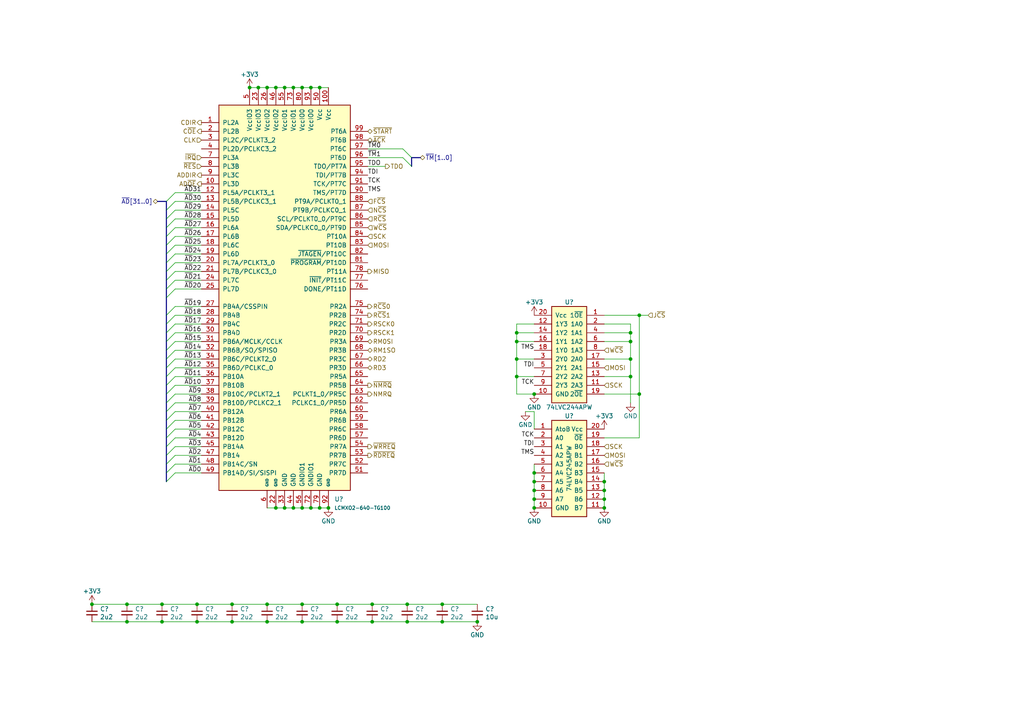
<source format=kicad_sch>
(kicad_sch (version 20211123) (generator eeschema)
  (paper "A4")
  (title_block (title "NuBus-ESP32") (date "2022-05-04") (rev "0.2") (company "Garrett's Workshop"))
  (lib_symbols
    (symbol "Device:C_Small" (pin_numbers hide) (pin_names (offset 0.254) hide)
      (property "Reference" "C" (at 0.254 1.778 0))
      (property "Value" "C_Small" (at 0.254 -2.032 0))
      (symbol "C_Small_0_1"
        (polyline (pts (xy -1.524 -0.508) (xy 1.524 -0.508)) (stroke (width 0.3302)))
        (polyline (pts (xy -1.524 0.508) (xy 1.524 0.508)) (stroke (width 0.3048)))
      )
      (symbol "C_Small_1_1"
        (pin passive line (at 0 2.54 270) (length 2.032) (name "~") (number "1"))
        (pin passive line (at 0 -2.54 90) (length 2.032) (name "~") (number "2"))
      )
    )
    (symbol "GW_Logic:74244" (pin_names (offset 1.016))
      (property "Reference" "U" (at 0 15.24 0))
      (property "Value" "74244" (at 0 -15.24 0))
      (symbol "74244_0_1"
        (rectangle (start -5.08 13.97) (end 5.08 -13.97) (stroke (width 0.254)) (fill (type background)))
      )
      (symbol "74244_1_1"
        (pin input line (at 10.16 11.43 180) (length 5.08) (name "1~{OE}") (number "1"))
        (pin power_in line (at -10.16 -11.43 0) (length 5.08) (name "GND") (number "10"))
        (pin input line (at 10.16 -8.89 180) (length 5.08) (name "2A3") (number "11"))
        (pin tri_state line (at -10.16 8.89 0) (length 5.08) (name "1Y3") (number "12"))
        (pin input line (at 10.16 -6.35 180) (length 5.08) (name "2A2") (number "13"))
        (pin tri_state line (at -10.16 6.35 0) (length 5.08) (name "1Y2") (number "14"))
        (pin input line (at 10.16 -3.81 180) (length 5.08) (name "2A1") (number "15"))
        (pin tri_state line (at -10.16 3.81 0) (length 5.08) (name "1Y1") (number "16"))
        (pin input line (at 10.16 -1.27 180) (length 5.08) (name "2A0") (number "17"))
        (pin tri_state line (at -10.16 1.27 0) (length 5.08) (name "1Y0") (number "18"))
        (pin input line (at 10.16 -11.43 180) (length 5.08) (name "2~{OE}") (number "19"))
        (pin input line (at 10.16 8.89 180) (length 5.08) (name "1A0") (number "2"))
        (pin power_in line (at -10.16 11.43 0) (length 5.08) (name "Vcc") (number "20"))
        (pin tri_state line (at -10.16 -1.27 0) (length 5.08) (name "2Y0") (number "3"))
        (pin input line (at 10.16 6.35 180) (length 5.08) (name "1A1") (number "4"))
        (pin tri_state line (at -10.16 -3.81 0) (length 5.08) (name "2Y1") (number "5"))
        (pin input line (at 10.16 3.81 180) (length 5.08) (name "1A2") (number "6"))
        (pin tri_state line (at -10.16 -6.35 0) (length 5.08) (name "2Y2") (number "7"))
        (pin input line (at 10.16 1.27 180) (length 5.08) (name "1A3") (number "8"))
        (pin tri_state line (at -10.16 -8.89 0) (length 5.08) (name "2Y3") (number "9"))
      )
    )
    (symbol "GW_Logic:74245" (pin_names (offset 1.016))
      (property "Reference" "U" (at 0 15.24 0))
      (property "Value" "74245" (at 0 0 90))
      (symbol "74245_0_1"
        (rectangle (start -5.08 13.97) (end 5.08 -13.97) (stroke (width 0.254)) (fill (type background)))
      )
      (symbol "74245_1_1"
        (pin input line (at -10.16 11.43 0) (length 5.08) (name "AtoB") (number "1"))
        (pin power_in line (at -10.16 -11.43 0) (length 5.08) (name "GND") (number "10"))
        (pin bidirectional line (at 10.16 -11.43 180) (length 5.08) (name "B7") (number "11"))
        (pin bidirectional line (at 10.16 -8.89 180) (length 5.08) (name "B6") (number "12"))
        (pin bidirectional line (at 10.16 -6.35 180) (length 5.08) (name "B5") (number "13"))
        (pin bidirectional line (at 10.16 -3.81 180) (length 5.08) (name "B4") (number "14"))
        (pin bidirectional line (at 10.16 -1.27 180) (length 5.08) (name "B3") (number "15"))
        (pin bidirectional line (at 10.16 1.27 180) (length 5.08) (name "B2") (number "16"))
        (pin bidirectional line (at 10.16 3.81 180) (length 5.08) (name "B1") (number "17"))
        (pin bidirectional line (at 10.16 6.35 180) (length 5.08) (name "B0") (number "18"))
        (pin input line (at 10.16 8.89 180) (length 5.08) (name "~{OE}") (number "19"))
        (pin bidirectional line (at -10.16 8.89 0) (length 5.08) (name "A0") (number "2"))
        (pin power_in line (at 10.16 11.43 180) (length 5.08) (name "Vcc") (number "20"))
        (pin bidirectional line (at -10.16 6.35 0) (length 5.08) (name "A1") (number "3"))
        (pin bidirectional line (at -10.16 3.81 0) (length 5.08) (name "A2") (number "4"))
        (pin bidirectional line (at -10.16 1.27 0) (length 5.08) (name "A3") (number "5"))
        (pin bidirectional line (at -10.16 -1.27 0) (length 5.08) (name "A4") (number "6"))
        (pin bidirectional line (at -10.16 -3.81 0) (length 5.08) (name "A5") (number "7"))
        (pin bidirectional line (at -10.16 -6.35 0) (length 5.08) (name "A6") (number "8"))
        (pin bidirectional line (at -10.16 -8.89 0) (length 5.08) (name "A7") (number "9"))
      )
    )
    (symbol "GW_PLD:LCMXO2-640-TG100" (pin_names (offset 1.016))
      (property "Reference" "U" (at 0 1.27 0))
      (property "Value" "LCMXO2-640-TG100" (at 0 0 0))
      (symbol "LCMXO2-640-TG100_1_1"
        (rectangle (start -19.05 55.88) (end 19.05 -55.88) (stroke (width 0.254)) (fill (type background)))
        (pin bidirectional line (at -24.13 50.8 0) (length 5.08) (name "PL2A") (number "1"))
        (pin bidirectional line (at -24.13 33.02 0) (length 5.08) (name "PL3D") (number "10"))
        (pin power_in line (at 12.7 60.96 270) (length 5.08) (name "Vcc") (number "100"))
        (pin bidirectional line (at -24.13 30.48 0) (length 5.08) (name "PL5A/PCLKT3_1") (number "12"))
        (pin bidirectional line (at -24.13 27.94 0) (length 5.08) (name "PL5B/PCLKC3_1") (number "13"))
        (pin bidirectional line (at -24.13 25.4 0) (length 5.08) (name "PL5C") (number "14"))
        (pin bidirectional line (at -24.13 22.86 0) (length 5.08) (name "PL5D") (number "15"))
        (pin bidirectional line (at -24.13 20.32 0) (length 5.08) (name "PL6A") (number "16"))
        (pin bidirectional line (at -24.13 17.78 0) (length 5.08) (name "PL6B") (number "17"))
        (pin bidirectional line (at -24.13 15.24 0) (length 5.08) (name "PL6C") (number "18"))
        (pin bidirectional line (at -24.13 12.7 0) (length 5.08) (name "PL6D") (number "19"))
        (pin bidirectional line (at -24.13 48.26 0) (length 5.08) (name "PL2B") (number "2"))
        (pin bidirectional line (at -24.13 10.16 0) (length 5.08) (name "PL7A/PCLKT3_0") (number "20"))
        (pin bidirectional line (at -24.13 7.62 0) (length 5.08) (name "PL7B/PCLKC3_0") (number "21"))
        (pin power_in line (at -2.54 -60.96 90) (length 5.08) (name "GND") (number "22"))
        (pin power_in line (at -7.62 60.96 270) (length 5.08) (name "VccIO3") (number "23"))
        (pin bidirectional line (at -24.13 5.08 0) (length 5.08) (name "PL7C") (number "24"))
        (pin bidirectional line (at -24.13 2.54 0) (length 5.08) (name "PL7D") (number "25"))
        (pin power_in line (at -5.08 60.96 270) (length 5.08) (name "VccIO2") (number "26"))
        (pin bidirectional line (at -24.13 -2.54 0) (length 5.08) (name "PB4A/CSSPIN") (number "27"))
        (pin bidirectional line (at -24.13 -5.08 0) (length 5.08) (name "PB4B") (number "28"))
        (pin bidirectional line (at -24.13 -7.62 0) (length 5.08) (name "PB4C") (number "29"))
        (pin bidirectional line (at -24.13 45.72 0) (length 5.08) (name "PL2C/PCLKT3_2") (number "3"))
        (pin bidirectional line (at -24.13 -10.16 0) (length 5.08) (name "PB4D") (number "30"))
        (pin bidirectional line (at -24.13 -12.7 0) (length 5.08) (name "PB6A/MCLK/CCLK") (number "31"))
        (pin bidirectional line (at -24.13 -15.24 0) (length 5.08) (name "PB6B/SO/SPISO") (number "32"))
        (pin power_in line (at 0 -60.96 90) (length 5.08) (name "GND") (number "33"))
        (pin bidirectional line (at -24.13 -17.78 0) (length 5.08) (name "PB6C/PCLKT2_0") (number "34"))
        (pin bidirectional line (at -24.13 -20.32 0) (length 5.08) (name "PB6D/PCLKC_0") (number "35"))
        (pin bidirectional line (at -24.13 -22.86 0) (length 5.08) (name "PB10A") (number "36"))
        (pin bidirectional line (at -24.13 -25.4 0) (length 5.08) (name "PB10B") (number "37"))
        (pin bidirectional line (at -24.13 -27.94 0) (length 5.08) (name "PB10C/PCLKT2_1") (number "38"))
        (pin bidirectional line (at -24.13 -30.48 0) (length 5.08) (name "PB10D/PCLKC2_1") (number "39"))
        (pin bidirectional line (at -24.13 43.18 0) (length 5.08) (name "PL2D/PCLKC3_2") (number "4"))
        (pin bidirectional line (at -24.13 -33.02 0) (length 5.08) (name "PB12A") (number "40"))
        (pin bidirectional line (at -24.13 -35.56 0) (length 5.08) (name "PB12B") (number "41"))
        (pin bidirectional line (at -24.13 -38.1 0) (length 5.08) (name "PB12C") (number "42"))
        (pin bidirectional line (at -24.13 -40.64 0) (length 5.08) (name "PB12D") (number "43"))
        (pin power_in line (at 2.54 -60.96 90) (length 5.08) (name "GND") (number "44"))
        (pin bidirectional line (at -24.13 -43.18 0) (length 5.08) (name "PB14A") (number "45"))
        (pin power_in line (at -2.54 60.96 270) (length 5.08) (name "VccIO2") (number "46"))
        (pin bidirectional line (at -24.13 -45.72 0) (length 5.08) (name "PB14") (number "47"))
        (pin bidirectional line (at -24.13 -48.26 0) (length 5.08) (name "PB14C/SN") (number "48"))
        (pin bidirectional line (at -24.13 -50.8 0) (length 5.08) (name "PB14D/SI/SISPI") (number "49"))
        (pin power_in line (at -10.16 60.96 270) (length 5.08) (name "VccIO3") (number "5"))
        (pin power_in line (at 10.16 60.96 270) (length 5.08) (name "Vcc") (number "50"))
        (pin bidirectional line (at 24.13 -50.8 180) (length 5.08) (name "PR7D") (number "51"))
        (pin bidirectional line (at 24.13 -48.26 180) (length 5.08) (name "PR7C") (number "52"))
        (pin bidirectional line (at 24.13 -45.72 180) (length 5.08) (name "PR7B") (number "53"))
        (pin bidirectional line (at 24.13 -43.18 180) (length 5.08) (name "PR7A") (number "54"))
        (pin power_in line (at 0 60.96 270) (length 5.08) (name "VccIO1") (number "55"))
        (pin power_in line (at 5.08 -60.96 90) (length 5.08) (name "GNDIO1") (number "56"))
        (pin bidirectional line (at 24.13 -40.64 180) (length 5.08) (name "PR6D") (number "57"))
        (pin bidirectional line (at 24.13 -38.1 180) (length 5.08) (name "PR6C") (number "58"))
        (pin bidirectional line (at 24.13 -35.56 180) (length 5.08) (name "PR6B") (number "59"))
        (pin power_in line (at -5.08 -60.96 90) (length 5.08) (name "GND") (number "6"))
        (pin bidirectional line (at 24.13 -33.02 180) (length 5.08) (name "PR6A") (number "60"))
        (pin bidirectional line (at 24.13 -30.48 180) (length 5.08) (name "PCLKC1_0/PR5D") (number "62"))
        (pin bidirectional line (at 24.13 -27.94 180) (length 5.08) (name "PCLKT1_0/PR5C") (number "63"))
        (pin bidirectional line (at 24.13 -25.4 180) (length 5.08) (name "PR5B") (number "64"))
        (pin bidirectional line (at 24.13 -22.86 180) (length 5.08) (name "PR5A") (number "65"))
        (pin bidirectional line (at 24.13 -20.32 180) (length 5.08) (name "PR3D") (number "66"))
        (pin bidirectional line (at 24.13 -17.78 180) (length 5.08) (name "PR3C") (number "67"))
        (pin bidirectional line (at 24.13 -15.24 180) (length 5.08) (name "PR3B") (number "68"))
        (pin bidirectional line (at 24.13 -12.7 180) (length 5.08) (name "PR3A") (number "69"))
        (pin bidirectional line (at -24.13 40.64 0) (length 5.08) (name "PL3A") (number "7"))
        (pin bidirectional line (at 24.13 -10.16 180) (length 5.08) (name "PR2D") (number "70"))
        (pin bidirectional line (at 24.13 -7.62 180) (length 5.08) (name "PR2C") (number "71"))
        (pin power_in line (at 7.62 -60.96 90) (length 5.08) (name "GNDIO1") (number "72"))
        (pin power_in line (at 2.54 60.96 270) (length 5.08) (name "VccIO1") (number "73"))
        (pin bidirectional line (at 24.13 -5.08 180) (length 5.08) (name "PR2B") (number "74"))
        (pin bidirectional line (at 24.13 -2.54 180) (length 5.08) (name "PR2A") (number "75"))
        (pin bidirectional line (at 24.13 2.54 180) (length 5.08) (name "DONE/PT11D") (number "76"))
        (pin bidirectional line (at 24.13 5.08 180) (length 5.08) (name "~{INIT}/PT11C") (number "77"))
        (pin bidirectional line (at 24.13 7.62 180) (length 5.08) (name "PT11A") (number "78"))
        (pin power_in line (at 10.16 -60.96 90) (length 5.08) (name "GND") (number "79"))
        (pin bidirectional line (at -24.13 38.1 0) (length 5.08) (name "PL3B") (number "8"))
        (pin power_in line (at 5.08 60.96 270) (length 5.08) (name "VccIO0") (number "80"))
        (pin bidirectional line (at 24.13 10.16 180) (length 5.08) (name "~{PROGRAM}/PT10D") (number "81"))
        (pin bidirectional line (at 24.13 12.7 180) (length 5.08) (name "~{JTAGEN}/PT10C") (number "82"))
        (pin bidirectional line (at 24.13 15.24 180) (length 5.08) (name "PT10B") (number "83"))
        (pin bidirectional line (at 24.13 17.78 180) (length 5.08) (name "PT10A") (number "84"))
        (pin bidirectional line (at 24.13 20.32 180) (length 5.08) (name "SDA/PCLKC0_0/PT9D") (number "85"))
        (pin bidirectional line (at 24.13 22.86 180) (length 5.08) (name "SCL/PCLKT0_0/PT9C") (number "86"))
        (pin bidirectional line (at 24.13 25.4 180) (length 5.08) (name "PT9B/PCLKC0_1") (number "87"))
        (pin bidirectional line (at 24.13 27.94 180) (length 5.08) (name "PT9A/PCLKT0_1") (number "88"))
        (pin bidirectional line (at -24.13 35.56 0) (length 5.08) (name "PL3C") (number "9"))
        (pin bidirectional line (at 24.13 30.48 180) (length 5.08) (name "TMS/PT7D") (number "90"))
        (pin bidirectional line (at 24.13 33.02 180) (length 5.08) (name "TCK/PT7C") (number "91"))
        (pin power_in line (at 12.7 -60.96 90) (length 5.08) (name "GND") (number "92"))
        (pin power_in line (at 7.62 60.96 270) (length 5.08) (name "VccIO0") (number "93"))
        (pin bidirectional line (at 24.13 35.56 180) (length 5.08) (name "TDI/PT7B") (number "94"))
        (pin bidirectional line (at 24.13 38.1 180) (length 5.08) (name "TDO/PT7A") (number "95"))
        (pin bidirectional line (at 24.13 40.64 180) (length 5.08) (name "PT6D") (number "96"))
        (pin bidirectional line (at 24.13 43.18 180) (length 5.08) (name "PT6C") (number "97"))
        (pin bidirectional line (at 24.13 45.72 180) (length 5.08) (name "PT6B") (number "98"))
        (pin bidirectional line (at 24.13 48.26 180) (length 5.08) (name "PT6A") (number "99"))
      )
    )
    (symbol "power:+3V3" (power) (pin_names (offset 0))
      (property "Value" "+3V3" (at 0 3.556 0))
      (symbol "+3V3_0_1"
        (polyline (pts (xy -0.762 1.27) (xy 0 2.54)))
        (polyline (pts (xy 0 0) (xy 0 2.54)))
        (polyline (pts (xy 0 2.54) (xy 0.762 1.27)))
      )
      (symbol "+3V3_1_1"
        (pin power_in line (at 0 0 90) (length 0) hide (name "+3V3") (number "1"))
      )
    )
    (symbol "power:GND" (power) (pin_names (offset 0))
      (property "Value" "GND" (at 0 -3.81 0))
      (symbol "GND_0_1"
        (polyline (pts (xy 0 0) (xy 0 -1.27) (xy 1.27 -1.27) (xy 0 -2.54) (xy -1.27 -1.27) (xy 0 -1.27)))
      )
      (symbol "GND_1_1"
        (pin power_in line (at 0 0 270) (length 0) hide (name "GND") (number "1"))
      )
    )
  )
  (junction (at 154.94 137.16))
  (junction (at 175.26 144.78))
  (junction (at 46.99 175.26))
  (junction (at 154.94 144.78))
  (junction (at 67.31 175.26))
  (junction (at 92.71 147.32))
  (junction (at 74.93 25.4))
  (junction (at 182.88 99.06))
  (junction (at 149.86 99.06))
  (junction (at 92.71 25.4))
  (junction (at 107.95 180.34))
  (junction (at 185.42 114.3))
  (junction (at 182.88 109.22))
  (junction (at 77.47 175.26))
  (junction (at 154.94 139.7))
  (junction (at 128.27 180.34))
  (junction (at 80.01 25.4))
  (junction (at 57.15 180.34))
  (junction (at 175.26 142.24))
  (junction (at 97.79 175.26))
  (junction (at 154.94 114.3))
  (junction (at 154.94 142.24))
  (junction (at 85.09 147.32))
  (junction (at 149.86 109.22))
  (junction (at 154.94 147.32))
  (junction (at 90.17 25.4))
  (junction (at 57.15 175.26))
  (junction (at 149.86 96.52))
  (junction (at 95.25 147.32))
  (junction (at 67.31 180.34))
  (junction (at 46.99 180.34))
  (junction (at 72.39 25.4))
  (junction (at 128.27 175.26))
  (junction (at 90.17 147.32))
  (junction (at 77.47 25.4))
  (junction (at 182.88 104.14))
  (junction (at 26.67 175.26))
  (junction (at 36.83 180.34))
  (junction (at 87.63 175.26))
  (junction (at 185.42 91.44))
  (junction (at 85.09 25.4))
  (junction (at 138.43 180.34))
  (junction (at 87.63 147.32))
  (junction (at 80.01 147.32))
  (junction (at 87.63 25.4))
  (junction (at 97.79 180.34))
  (junction (at 175.26 147.32))
  (junction (at 36.83 175.26))
  (junction (at 182.88 96.52))
  (junction (at 77.47 180.34))
  (junction (at 82.55 25.4))
  (junction (at 107.95 175.26))
  (junction (at 87.63 180.34))
  (junction (at 149.86 104.14))
  (junction (at 82.55 147.32))
  (junction (at 175.26 139.7))
  (junction (at 118.11 180.34))
  (junction (at 118.11 175.26))
  (bus_entry (at 48.26 129.54) (size 2.54 -2.54))
  (bus_entry (at 119.38 45.72) (size -2.54 -2.54))
  (bus_entry (at 48.26 134.62) (size 2.54 -2.54))
  (bus_entry (at 48.26 76.2) (size 2.54 -2.54))
  (bus_entry (at 48.26 93.98) (size 2.54 -2.54))
  (bus_entry (at 48.26 116.84) (size 2.54 -2.54))
  (bus_entry (at 48.26 127) (size 2.54 -2.54))
  (bus_entry (at 48.26 66.04) (size 2.54 -2.54))
  (bus_entry (at 48.26 114.3) (size 2.54 -2.54))
  (bus_entry (at 48.26 119.38) (size 2.54 -2.54))
  (bus_entry (at 48.26 109.22) (size 2.54 -2.54))
  (bus_entry (at 48.26 78.74) (size 2.54 -2.54))
  (bus_entry (at 48.26 86.36) (size 2.54 -2.54))
  (bus_entry (at 48.26 68.58) (size 2.54 -2.54))
  (bus_entry (at 48.26 60.96) (size 2.54 -2.54))
  (bus_entry (at 48.26 58.42) (size 2.54 -2.54))
  (bus_entry (at 48.26 91.44) (size 2.54 -2.54))
  (bus_entry (at 48.26 83.82) (size 2.54 -2.54))
  (bus_entry (at 48.26 139.7) (size 2.54 -2.54))
  (bus_entry (at 48.26 106.68) (size 2.54 -2.54))
  (bus_entry (at 48.26 63.5) (size 2.54 -2.54))
  (bus_entry (at 48.26 137.16) (size 2.54 -2.54))
  (bus_entry (at 48.26 96.52) (size 2.54 -2.54))
  (bus_entry (at 48.26 81.28) (size 2.54 -2.54))
  (bus_entry (at 48.26 124.46) (size 2.54 -2.54))
  (bus_entry (at 48.26 73.66) (size 2.54 -2.54))
  (bus_entry (at 119.38 48.26) (size -2.54 -2.54))
  (bus_entry (at 48.26 101.6) (size 2.54 -2.54))
  (bus_entry (at 48.26 104.14) (size 2.54 -2.54))
  (bus_entry (at 48.26 121.92) (size 2.54 -2.54))
  (bus_entry (at 48.26 71.12) (size 2.54 -2.54))
  (bus_entry (at 48.26 111.76) (size 2.54 -2.54))
  (bus_entry (at 48.26 99.06) (size 2.54 -2.54))
  (bus_entry (at 48.26 132.08) (size 2.54 -2.54))
  (wire (pts (xy 50.8 109.22) (xy 58.42 109.22)))
  (wire (pts (xy 67.31 180.34) (xy 77.47 180.34)))
  (wire (pts (xy 50.8 116.84) (xy 58.42 116.84)))
  (bus (pts (xy 48.26 58.42) (xy 48.26 60.96)))
  (wire (pts (xy 82.55 147.32) (xy 85.09 147.32)))
  (wire (pts (xy 50.8 134.62) (xy 58.42 134.62)))
  (wire (pts (xy 50.8 132.08) (xy 58.42 132.08)))
  (wire (pts (xy 106.68 48.26) (xy 111.76 48.26)))
  (wire (pts (xy 175.26 99.06) (xy 182.88 99.06)))
  (wire (pts (xy 92.71 147.32) (xy 95.25 147.32)))
  (wire (pts (xy 50.8 96.52) (xy 58.42 96.52)))
  (wire (pts (xy 149.86 104.14) (xy 154.94 104.14)))
  (wire (pts (xy 58.42 63.5) (xy 50.8 63.5)))
  (bus (pts (xy 48.26 60.96) (xy 48.26 63.5)))
  (wire (pts (xy 149.86 99.06) (xy 154.94 99.06)))
  (wire (pts (xy 154.94 139.7) (xy 154.94 142.24)))
  (wire (pts (xy 118.11 180.34) (xy 128.27 180.34)))
  (wire (pts (xy 175.26 91.44) (xy 185.42 91.44)))
  (wire (pts (xy 36.83 175.26) (xy 46.99 175.26)))
  (wire (pts (xy 87.63 147.32) (xy 90.17 147.32)))
  (wire (pts (xy 50.8 91.44) (xy 58.42 91.44)))
  (bus (pts (xy 48.26 91.44) (xy 48.26 93.98)))
  (wire (pts (xy 50.8 83.82) (xy 58.42 83.82)))
  (wire (pts (xy 50.8 119.38) (xy 58.42 119.38)))
  (wire (pts (xy 154.94 93.98) (xy 149.86 93.98)))
  (bus (pts (xy 48.26 104.14) (xy 48.26 106.68)))
  (bus (pts (xy 48.26 78.74) (xy 48.26 81.28)))
  (wire (pts (xy 182.88 96.52) (xy 182.88 99.06)))
  (wire (pts (xy 58.42 66.04) (xy 50.8 66.04)))
  (wire (pts (xy 116.84 43.18) (xy 106.68 43.18)))
  (bus (pts (xy 48.26 96.52) (xy 48.26 99.06)))
  (wire (pts (xy 175.26 142.24) (xy 175.26 144.78)))
  (wire (pts (xy 58.42 76.2) (xy 50.8 76.2)))
  (wire (pts (xy 175.26 144.78) (xy 175.26 147.32)))
  (bus (pts (xy 48.26 73.66) (xy 48.26 76.2)))
  (wire (pts (xy 50.8 81.28) (xy 58.42 81.28)))
  (bus (pts (xy 48.26 66.04) (xy 48.26 68.58)))
  (wire (pts (xy 154.94 134.62) (xy 154.94 137.16)))
  (wire (pts (xy 72.39 25.4) (xy 74.93 25.4)))
  (bus (pts (xy 48.26 83.82) (xy 48.26 86.36)))
  (wire (pts (xy 149.86 99.06) (xy 149.86 104.14)))
  (wire (pts (xy 50.8 106.68) (xy 58.42 106.68)))
  (bus (pts (xy 48.26 71.12) (xy 48.26 73.66)))
  (wire (pts (xy 77.47 25.4) (xy 80.01 25.4)))
  (wire (pts (xy 149.86 114.3) (xy 154.94 114.3)))
  (wire (pts (xy 50.8 137.16) (xy 58.42 137.16)))
  (wire (pts (xy 154.94 144.78) (xy 154.94 147.32)))
  (wire (pts (xy 82.55 25.4) (xy 85.09 25.4)))
  (bus (pts (xy 48.26 76.2) (xy 48.26 78.74)))
  (wire (pts (xy 46.99 180.34) (xy 57.15 180.34)))
  (wire (pts (xy 80.01 147.32) (xy 82.55 147.32)))
  (wire (pts (xy 50.8 93.98) (xy 58.42 93.98)))
  (bus (pts (xy 121.92 45.72) (xy 119.38 45.72)))
  (bus (pts (xy 48.26 132.08) (xy 48.26 134.62)))
  (wire (pts (xy 175.26 96.52) (xy 182.88 96.52)))
  (wire (pts (xy 58.42 78.74) (xy 50.8 78.74)))
  (bus (pts (xy 48.26 63.5) (xy 48.26 66.04)))
  (wire (pts (xy 97.79 180.34) (xy 107.95 180.34)))
  (wire (pts (xy 138.43 180.34) (xy 128.27 180.34)))
  (bus (pts (xy 48.26 86.36) (xy 48.26 91.44)))
  (wire (pts (xy 182.88 93.98) (xy 182.88 96.52)))
  (wire (pts (xy 149.86 96.52) (xy 154.94 96.52)))
  (wire (pts (xy 149.86 109.22) (xy 154.94 109.22)))
  (wire (pts (xy 80.01 25.4) (xy 82.55 25.4)))
  (bus (pts (xy 48.26 137.16) (xy 48.26 139.7)))
  (wire (pts (xy 26.67 175.26) (xy 36.83 175.26)))
  (wire (pts (xy 185.42 91.44) (xy 185.42 114.3)))
  (wire (pts (xy 50.8 104.14) (xy 58.42 104.14)))
  (wire (pts (xy 118.11 175.26) (xy 128.27 175.26)))
  (wire (pts (xy 116.84 45.72) (xy 106.68 45.72)))
  (wire (pts (xy 149.86 93.98) (xy 149.86 96.52)))
  (wire (pts (xy 74.93 25.4) (xy 77.47 25.4)))
  (wire (pts (xy 50.8 101.6) (xy 58.42 101.6)))
  (bus (pts (xy 48.26 99.06) (xy 48.26 101.6)))
  (wire (pts (xy 97.79 175.26) (xy 107.95 175.26)))
  (bus (pts (xy 119.38 45.72) (xy 119.38 48.26)))
  (bus (pts (xy 48.26 81.28) (xy 48.26 83.82)))
  (bus (pts (xy 48.26 119.38) (xy 48.26 121.92)))
  (wire (pts (xy 182.88 104.14) (xy 182.88 109.22)))
  (wire (pts (xy 154.94 119.38) (xy 154.94 124.46)))
  (wire (pts (xy 58.42 60.96) (xy 50.8 60.96)))
  (wire (pts (xy 46.99 175.26) (xy 57.15 175.26)))
  (wire (pts (xy 175.26 137.16) (xy 175.26 139.7)))
  (wire (pts (xy 187.96 91.44) (xy 185.42 91.44)))
  (wire (pts (xy 50.8 121.92) (xy 58.42 121.92)))
  (wire (pts (xy 50.8 111.76) (xy 58.42 111.76)))
  (bus (pts (xy 48.26 121.92) (xy 48.26 124.46)))
  (bus (pts (xy 48.26 114.3) (xy 48.26 116.84)))
  (wire (pts (xy 50.8 127) (xy 58.42 127)))
  (bus (pts (xy 48.26 129.54) (xy 48.26 132.08)))
  (wire (pts (xy 90.17 147.32) (xy 92.71 147.32)))
  (wire (pts (xy 182.88 116.84) (xy 182.88 109.22)))
  (wire (pts (xy 182.88 99.06) (xy 182.88 104.14)))
  (wire (pts (xy 77.47 180.34) (xy 87.63 180.34)))
  (wire (pts (xy 152.4 119.38) (xy 154.94 119.38)))
  (wire (pts (xy 77.47 147.32) (xy 80.01 147.32)))
  (wire (pts (xy 58.42 58.42) (xy 50.8 58.42)))
  (wire (pts (xy 58.42 73.66) (xy 50.8 73.66)))
  (wire (pts (xy 87.63 25.4) (xy 90.17 25.4)))
  (wire (pts (xy 36.83 180.34) (xy 46.99 180.34)))
  (bus (pts (xy 48.26 106.68) (xy 48.26 109.22)))
  (wire (pts (xy 92.71 25.4) (xy 95.25 25.4)))
  (bus (pts (xy 48.26 68.58) (xy 48.26 71.12)))
  (wire (pts (xy 50.8 124.46) (xy 58.42 124.46)))
  (wire (pts (xy 90.17 25.4) (xy 92.71 25.4)))
  (wire (pts (xy 58.42 71.12) (xy 50.8 71.12)))
  (wire (pts (xy 57.15 175.26) (xy 67.31 175.26)))
  (wire (pts (xy 185.42 114.3) (xy 185.42 127)))
  (wire (pts (xy 87.63 175.26) (xy 97.79 175.26)))
  (bus (pts (xy 48.26 109.22) (xy 48.26 111.76)))
  (bus (pts (xy 48.26 101.6) (xy 48.26 104.14)))
  (wire (pts (xy 154.94 142.24) (xy 154.94 144.78)))
  (wire (pts (xy 67.31 175.26) (xy 77.47 175.26)))
  (wire (pts (xy 26.67 180.34) (xy 36.83 180.34)))
  (wire (pts (xy 149.86 109.22) (xy 149.86 114.3)))
  (wire (pts (xy 50.8 88.9) (xy 58.42 88.9)))
  (wire (pts (xy 85.09 147.32) (xy 87.63 147.32)))
  (wire (pts (xy 50.8 99.06) (xy 58.42 99.06)))
  (wire (pts (xy 128.27 175.26) (xy 138.43 175.26)))
  (wire (pts (xy 50.8 114.3) (xy 58.42 114.3)))
  (wire (pts (xy 175.26 127) (xy 185.42 127)))
  (wire (pts (xy 175.26 139.7) (xy 175.26 142.24)))
  (wire (pts (xy 85.09 25.4) (xy 87.63 25.4)))
  (wire (pts (xy 87.63 180.34) (xy 97.79 180.34)))
  (wire (pts (xy 154.94 137.16) (xy 154.94 139.7)))
  (bus (pts (xy 48.26 124.46) (xy 48.26 127)))
  (wire (pts (xy 107.95 180.34) (xy 118.11 180.34)))
  (wire (pts (xy 77.47 175.26) (xy 87.63 175.26)))
  (bus (pts (xy 48.26 93.98) (xy 48.26 96.52)))
  (bus (pts (xy 45.72 58.42) (xy 48.26 58.42)))
  (wire (pts (xy 58.42 68.58) (xy 50.8 68.58)))
  (wire (pts (xy 58.42 55.88) (xy 50.8 55.88)))
  (wire (pts (xy 50.8 129.54) (xy 58.42 129.54)))
  (bus (pts (xy 48.26 111.76) (xy 48.26 114.3)))
  (wire (pts (xy 175.26 93.98) (xy 182.88 93.98)))
  (wire (pts (xy 57.15 180.34) (xy 67.31 180.34)))
  (wire (pts (xy 175.26 114.3) (xy 185.42 114.3)))
  (wire (pts (xy 175.26 104.14) (xy 182.88 104.14)))
  (wire (pts (xy 149.86 104.14) (xy 149.86 109.22)))
  (wire (pts (xy 149.86 96.52) (xy 149.86 99.06)))
  (bus (pts (xy 48.26 127) (xy 48.26 129.54)))
  (bus (pts (xy 48.26 134.62) (xy 48.26 137.16)))
  (bus (pts (xy 48.26 116.84) (xy 48.26 119.38)))
  (wire (pts (xy 107.95 175.26) (xy 118.11 175.26)))
  (wire (pts (xy 182.88 109.22) (xy 175.26 109.22)))
  (label "~{AD}23" (at 58.42 76.2 180))
  (label "~{AD}7" (at 58.42 119.38 180))
  (label "~{AD}11" (at 58.42 109.22 180))
  (label "~{AD}8" (at 58.42 116.84 180))
  (label "TMS" (at 106.68 55.88 0))
  (label "TDO" (at 106.68 48.26 0))
  (label "~{AD}14" (at 58.42 101.6 180))
  (label "~{AD}27" (at 58.42 66.04 180))
  (label "TCK" (at 154.94 127 180))
  (label "~{AD}1" (at 58.42 134.62 180))
  (label "~{AD}20" (at 58.42 83.82 180))
  (label "TMS" (at 154.94 101.6 180))
  (label "TCK" (at 154.94 111.76 180))
  (label "~{AD}9" (at 58.42 114.3 180))
  (label "~{AD}12" (at 58.42 106.68 180))
  (label "~{AD}16" (at 58.42 96.52 180))
  (label "~{TM}1" (at 106.68 45.72 0))
  (label "~{AD}10" (at 58.42 111.76 180))
  (label "~{TM}0" (at 106.68 43.18 0))
  (label "~{AD}26" (at 58.42 68.58 180))
  (label "~{AD}31" (at 58.42 55.88 180))
  (label "~{AD}17" (at 58.42 93.98 180))
  (label "~{AD}2" (at 58.42 132.08 180))
  (label "~{AD}24" (at 58.42 73.66 180))
  (label "TCK" (at 106.68 53.34 0))
  (label "~{AD}15" (at 58.42 99.06 180))
  (label "~{AD}30" (at 58.42 58.42 180))
  (label "TDI" (at 154.94 129.54 180))
  (label "~{AD}21" (at 58.42 81.28 180))
  (label "TDI" (at 154.94 106.68 180))
  (label "~{AD}3" (at 58.42 129.54 180))
  (label "TDI" (at 106.68 50.8 0))
  (label "~{AD}13" (at 58.42 104.14 180))
  (label "~{AD}19" (at 58.42 88.9 180))
  (label "~{AD}4" (at 58.42 127 180))
  (label "~{AD}18" (at 58.42 91.44 180))
  (label "TMS" (at 154.94 132.08 180))
  (label "~{AD}5" (at 58.42 124.46 180))
  (label "~{AD}0" (at 58.42 137.16 180))
  (label "~{AD}28" (at 58.42 63.5 180))
  (label "~{AD}25" (at 58.42 71.12 180))
  (label "~{AD}29" (at 58.42 60.96 180))
  (label "~{AD}22" (at 58.42 78.74 180))
  (label "~{AD}6" (at 58.42 121.92 180))
  (hierarchical_label "R~{CS}1" (shape output) (at 106.68 91.44 0))
  (hierarchical_label "R~{CS}0" (shape output) (at 106.68 88.9 0))
  (hierarchical_label "W~{CS}" (shape input) (at 106.68 66.04 0))
  (hierarchical_label "~{NMRQ}" (shape output) (at 106.68 111.76 0))
  (hierarchical_label "J~{CS}" (shape input) (at 187.96 91.44 0))
  (hierarchical_label "RD3" (shape bidirectional) (at 106.68 106.68 0))
  (hierarchical_label "NMRQ" (shape output) (at 106.68 114.3 0))
  (hierarchical_label "RM0SI" (shape bidirectional) (at 106.68 99.06 0))
  (hierarchical_label "RSCK0" (shape output) (at 106.68 93.98 0))
  (hierarchical_label "SCK" (shape input) (at 106.68 68.58 0))
  (hierarchical_label "SCK" (shape input) (at 175.26 129.54 0))
  (hierarchical_label "~{WRREQ}" (shape output) (at 106.68 129.54 0))
  (hierarchical_label "W~{CS}" (shape input) (at 175.26 101.6 0))
  (hierarchical_label "~{START}" (shape bidirectional) (at 106.68 38.1 0))
  (hierarchical_label "N~{CS}" (shape input) (at 106.68 60.96 0))
  (hierarchical_label "~{RDREQ}" (shape output) (at 106.68 132.08 0))
  (hierarchical_label "~{TM}[1..0]" (shape bidirectional) (at 121.92 45.72 0))
  (hierarchical_label "F~{CS}" (shape input) (at 106.68 58.42 0))
  (hierarchical_label "RD2" (shape bidirectional) (at 106.68 104.14 0))
  (hierarchical_label "CDIR" (shape output) (at 58.42 35.56 180))
  (hierarchical_label "MOSI" (shape input) (at 175.26 106.68 0))
  (hierarchical_label "RM1SO" (shape bidirectional) (at 106.68 101.6 0))
  (hierarchical_label "AD~{OE}" (shape output) (at 58.42 53.34 180))
  (hierarchical_label "W~{CS}" (shape input) (at 175.26 134.62 0))
  (hierarchical_label "SCK" (shape input) (at 175.26 111.76 0))
  (hierarchical_label "~{IRQ}" (shape input) (at 58.42 45.72 180))
  (hierarchical_label "MISO" (shape output) (at 106.68 78.74 0))
  (hierarchical_label "TDO" (shape output) (at 111.76 48.26 0))
  (hierarchical_label "R~{CS}" (shape input) (at 106.68 63.5 0))
  (hierarchical_label "ADDIR" (shape output) (at 58.42 50.8 180))
  (hierarchical_label "RSCK1" (shape output) (at 106.68 96.52 0))
  (hierarchical_label "MOSI" (shape input) (at 106.68 71.12 0))
  (hierarchical_label "MOSI" (shape input) (at 175.26 132.08 0))
  (hierarchical_label "C~{OE}" (shape output) (at 58.42 38.1 180))
  (hierarchical_label "~{ACK}" (shape bidirectional) (at 106.68 40.64 0))
  (hierarchical_label "~{RES}" (shape input) (at 58.42 48.26 180))
  (hierarchical_label "~{AD}[31..0]" (shape bidirectional) (at 45.72 58.42 180))
  (hierarchical_label "CLK" (shape input) (at 58.42 40.64 180))
  (symbol (lib_id "power:+3V3") (at 175.26 124.46 0) (mirror y) (unit 1)
    (property "Reference" "#PWR?" (effects hide))
    (property "Value" "+3V3" (at 175.26 120.65 0))
  )
  (symbol (lib_id "power:+3V3") (at 154.94 91.44 0) (mirror y) (unit 1)
    (property "Reference" "#PWR?" (effects hide))
    (property "Value" "+3V3" (at 154.94 87.63 0))
  )
  (symbol (lib_id "Device:C_Small") (at 57.15 177.8 0) (mirror y) (unit 1)
    (property "Reference" "C?" (at 59.4868 176.6316 0) (effects (justify right)))
    (property "Value" "2u2" (at 59.4868 178.943 0) (effects (justify right)))
    (property "Footprint" "stdpads:C_0603" (effects hide))
    (property "LCSC Part" "C15850" (effects hide))
  )
  (symbol (lib_id "Device:C_Small") (at 36.83 177.8 0) (mirror y) (unit 1)
    (property "Reference" "C?" (at 39.1668 176.6316 0) (effects (justify right)))
    (property "Value" "2u2" (at 39.1668 178.943 0) (effects (justify right)))
    (property "Footprint" "stdpads:C_0603" (effects hide))
    (property "LCSC Part" "C15850" (effects hide))
  )
  (symbol (lib_id "power:GND") (at 154.94 114.3 0) (unit 1)
    (property "Reference" "#PWR?" (effects hide))
    (property "Value" "GND" (at 154.94 118.11 0))
  )
  (symbol (lib_id "GW_Logic:74244") (at 165.1 102.87 0) (unit 1)
    (property "Reference" "U?" (at 165.1 87.63 0))
    (property "Value" "74LVC244APW" (at 165.1 118.11 0))
    (property "Footprint" "stdpads:TSSOP-20_4.4x6.5mm_P0.65mm" (effects hide))
  )
  (symbol (lib_id "Device:C_Small") (at 77.47 177.8 0) (mirror y) (unit 1)
    (property "Reference" "C?" (at 79.8068 176.6316 0) (effects (justify right)))
    (property "Value" "2u2" (at 79.8068 178.943 0) (effects (justify right)))
    (property "Footprint" "stdpads:C_0603" (effects hide))
    (property "LCSC Part" "C15850" (effects hide))
  )
  (symbol (lib_id "Device:C_Small") (at 67.31 177.8 0) (mirror y) (unit 1)
    (property "Reference" "C?" (at 69.6468 176.6316 0) (effects (justify right)))
    (property "Value" "2u2" (at 69.6468 178.943 0) (effects (justify right)))
    (property "Footprint" "stdpads:C_0603" (effects hide))
    (property "LCSC Part" "C15850" (effects hide))
  )
  (symbol (lib_id "Device:C_Small") (at 87.63 177.8 0) (mirror y) (unit 1)
    (property "Reference" "C?" (at 89.9668 176.6316 0) (effects (justify right)))
    (property "Value" "2u2" (at 89.9668 178.943 0) (effects (justify right)))
    (property "Footprint" "stdpads:C_0603" (effects hide))
    (property "LCSC Part" "C15850" (effects hide))
  )
  (symbol (lib_id "power:GND") (at 95.25 147.32 0) (unit 1)
    (property "Reference" "#PWR?" (effects hide))
    (property "Value" "GND" (at 95.25 151.13 0))
  )
  (symbol (lib_id "Device:C_Small") (at 138.43 177.8 0) (mirror y) (unit 1)
    (property "Reference" "C?" (at 140.7668 176.6316 0) (effects (justify right)))
    (property "Value" "10u" (at 140.7668 178.943 0) (effects (justify right)))
    (property "Footprint" "stdpads:C_0805" (effects hide))
    (property "LCSC Part" "C15850" (effects hide))
  )
  (symbol (lib_id "Device:C_Small") (at 97.79 177.8 0) (mirror y) (unit 1)
    (property "Reference" "C?" (at 100.1268 176.6316 0) (effects (justify right)))
    (property "Value" "2u2" (at 100.1268 178.943 0) (effects (justify right)))
    (property "Footprint" "stdpads:C_0603" (effects hide))
    (property "LCSC Part" "C15850" (effects hide))
  )
  (symbol (lib_id "power:GND") (at 138.43 180.34 0) (unit 1)
    (property "Reference" "#PWR?" (effects hide))
    (property "Value" "GND" (at 138.43 184.15 0))
  )
  (symbol (lib_id "GW_PLD:LCMXO2-640-TG100") (at 82.55 86.36 0) (unit 1)
    (property "Reference" "U?" (at 96.99 144.78 0) (effects (justify left)))
    (property "Value" "LCMXO2-640-TG100" (at 96.99 147.32 0) (effects (font (size 1.016 1.016)) (justify left)))
    (property "Footprint" "stdpads:TQFP-100" (effects hide))
  )
  (symbol (lib_id "power:+3V3") (at 72.39 25.4 0) (mirror y) (unit 1)
    (property "Reference" "#PWR?" (effects hide))
    (property "Value" "+3V3" (at 72.39 21.59 0))
  )
  (symbol (lib_id "Device:C_Small") (at 118.11 177.8 0) (mirror y) (unit 1)
    (property "Reference" "C?" (at 120.4468 176.6316 0) (effects (justify right)))
    (property "Value" "2u2" (at 120.4468 178.943 0) (effects (justify right)))
    (property "Footprint" "stdpads:C_0603" (effects hide))
    (property "LCSC Part" "C15850" (effects hide))
  )
  (symbol (lib_id "power:GND") (at 152.4 119.38 0) (mirror y) (unit 1)
    (property "Reference" "#PWR?" (effects hide))
    (property "Value" "GND" (at 152.4 123.19 0))
  )
  (symbol (lib_id "Device:C_Small") (at 26.67 177.8 0) (mirror y) (unit 1)
    (property "Reference" "C?" (at 29.0068 176.6316 0) (effects (justify right)))
    (property "Value" "2u2" (at 29.0068 178.943 0) (effects (justify right)))
    (property "Footprint" "stdpads:C_0603" (effects hide))
    (property "LCSC Part" "C15850" (effects hide))
  )
  (symbol (lib_id "power:+3V3") (at 26.67 175.26 0) (mirror y) (unit 1)
    (property "Reference" "#PWR?" (effects hide))
    (property "Value" "+3V3" (at 26.67 171.45 0))
  )
  (symbol (lib_id "GW_Logic:74245") (at 165.1 135.89 0) (unit 1)
    (property "Reference" "U?" (at 165.1 120.65 0))
    (property "Value" "74LVC245APW" (at 165.1 135.89 90))
    (property "Footprint" "stdpads:TSSOP-20_4.4x6.5mm_P0.65mm" (effects hide))
    (property "LCSC Part" "C6080" (effects hide))
  )
  (symbol (lib_id "power:GND") (at 182.88 116.84 0) (mirror y) (unit 1)
    (property "Reference" "#PWR?" (effects hide))
    (property "Value" "GND" (at 182.88 120.65 0))
  )
  (symbol (lib_id "power:GND") (at 154.94 147.32 0) (mirror y) (unit 1)
    (property "Reference" "#PWR?" (effects hide))
    (property "Value" "GND" (at 154.94 151.13 0))
  )
  (symbol (lib_id "Device:C_Small") (at 46.99 177.8 0) (mirror y) (unit 1)
    (property "Reference" "C?" (at 49.3268 176.6316 0) (effects (justify right)))
    (property "Value" "2u2" (at 49.3268 178.943 0) (effects (justify right)))
    (property "Footprint" "stdpads:C_0603" (effects hide))
    (property "LCSC Part" "C15850" (effects hide))
  )
  (symbol (lib_id "Device:C_Small") (at 107.95 177.8 0) (mirror y) (unit 1)
    (property "Reference" "C?" (at 110.2868 176.6316 0) (effects (justify right)))
    (property "Value" "2u2" (at 110.2868 178.943 0) (effects (justify right)))
    (property "Footprint" "stdpads:C_0603" (effects hide))
    (property "LCSC Part" "C15850" (effects hide))
  )
  (symbol (lib_id "Device:C_Small") (at 128.27 177.8 0) (mirror y) (unit 1)
    (property "Reference" "C?" (at 130.6068 176.6316 0) (effects (justify right)))
    (property "Value" "2u2" (at 130.6068 178.943 0) (effects (justify right)))
    (property "Footprint" "stdpads:C_0603" (effects hide))
    (property "LCSC Part" "C15850" (effects hide))
  )
  (symbol (lib_id "power:GND") (at 175.26 147.32 0) (mirror y) (unit 1)
    (property "Reference" "#PWR?" (effects hide))
    (property "Value" "GND" (at 175.26 151.13 0))
  )
)
</source>
